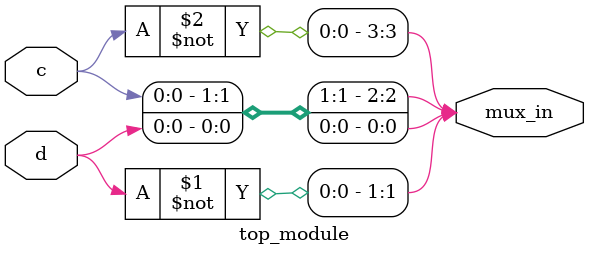
<source format=sv>
module top_module (
    input c,
    input d,
    output [3:0] mux_in
);

    // 2-to-1 mux1
    assign mux_in[0] = d;
    assign mux_in[1] = ~d;

    // 2-to-1 mux2
    assign mux_in[2] = c;
    assign mux_in[3] = ~c;

endmodule

</source>
